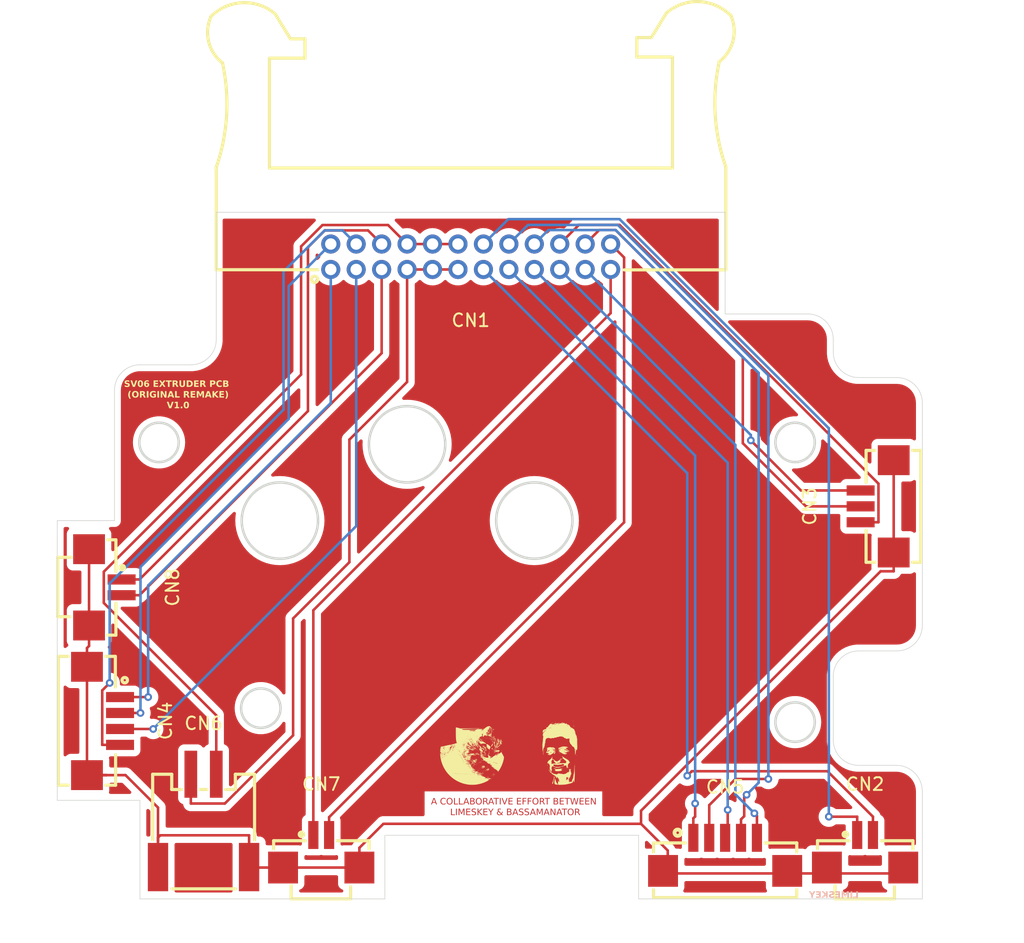
<source format=kicad_pcb>
(kicad_pcb (version 20240108) (generator "pcbnew") (generator_version "8.0")
  (layers (0 "F.Cu" signal) (31 "B.Cu" signal) (34 "B.Paste" user) (35 "F.Paste" user) (36 "B.SilkS" user "B.Silkscreen") (37 "F.SilkS" user "F.Silkscreen") (38 "B.Mask" user) (39 "F.Mask" user) (44 "Edge.Cuts" user))
  (net 0 "")
  (net 1 "Probe #2")
  (net 2 "Probe #1")
  (net 3 "Heater-")
  (net 4 "Empty DET #2")
  (net 5 "Probe #4")
  (net 6 "E Motor #1")
  (net 7 "Termistor-")
  (net 8 "Part Cooling Fan-")
  (net 9 "Empty DET #1")
  (net 10 "Fan+")
  (net 11 "Thermistor+")
  (net 12 "E Motor #3")
  (net 13 "E Motor #2")
  (net 14 "Probe #3")
  (net 15 "Empty DET #3")
  (net 16 "Probe #5")
  (net 17 "E Motor #4")
  (net 18 "Fan-")
  (net 19 "GND")
  (net 20 "Heater+")
  (net 21 "Part Cooling Fan+")
  (footprint "easyeda2kicad:CONN-SMD_HC-1.25-3PWT" (layer "F.Cu") (at 183.95 84.88 90)
    (property "Reference" "CN3" (at 0 -5.3 -90) (layer "F.SilkS"))
    (property "Value" "HC-1.25-3PWT")
    (pad "1" smd rect (at -1.25 -1.3 90) (size 0.8 2.2) (layers "F.Cu" "F.Paste" "F.Mask") (net 9 "Empty DET #1"))
    (pad "2" smd rect (at 0 -1.3 90) (size 0.8 2.2) (layers "F.Cu" "F.Paste" "F.Mask") (net 4 "Empty DET #2"))
    (pad "3" smd rect (at 1.25 -1.3 90) (size 0.8 2.2) (layers "F.Cu" "F.Paste" "F.Mask") (net 15 "Empty DET #3"))
    (pad "4" smd rect (at -3.63 1.3 90) (size 2.35 2.5) (layers "F.Cu" "F.Paste" "F.Mask") (net 19 "GND"))
    (pad "5" smd rect (at 3.63 1.3 90) (size 2.35 2.5) (layers "F.Cu" "F.Paste" "F.Mask") (net 19 "GND"))
  )
  (footprint "easyeda2kicad:IDC-TH_24P-P2.00_B-3102R24P-A000" (layer "F.Cu") (at 152 65.25 180)
    (property "Reference" "CN1" (at 0 -5 180) (layer "F.SilkS"))
    (property "Value" "B-3102R24P-A000")
    (pad "1" thru_hole circle (at 11 -1 90) (size 1.5 1.5) (drill 0.900024) (layers "*.Cu" "*.Mask") (net 6 "E Motor #1"))
    (pad "2" thru_hole circle (at 11 1 90) (size 1.5 1.5) (drill 0.900024) (layers "*.Cu" "*.Mask") (net 13 "E Motor #2"))
    (pad "3" thru_hole circle (at 9 -1 90) (size 1.5 1.5) (drill 0.900024) (layers "*.Cu" "*.Mask") (net 12 "E Motor #3"))
    (pad "4" thru_hole circle (at 9 1 90) (size 1.5 1.5) (drill 0.900024) (layers "*.Cu" "*.Mask") (net 17 "E Motor #4"))
    (pad "5" thru_hole circle (at 7 -1 90) (size 1.5 1.5) (drill 0.900024) (layers "*.Cu" "*.Mask") (net 18 "Fan-"))
    (pad "6" thru_hole circle (at 7 1 90) (size 1.5 1.5) (drill 0.900024) (layers "*.Cu" "*.Mask") (net 10 "Fan+"))
    (pad "7" thru_hole circle (at 5 -1 90) (size 1.5 1.5) (drill 0.900024) (layers "*.Cu" "*.Mask") (net 20 "Heater+"))
    (pad "8" thru_hole circle (at 5 1 90) (size 1.5 1.5) (drill 0.900024) (layers "*.Cu" "*.Mask") (net 3 "Heater-"))
    (pad "9" thru_hole circle (at 3 -1 90) (size 1.5 1.5) (drill 0.900024) (layers "*.Cu" "*.Mask") (net 20 "Heater+"))
    (pad "10" thru_hole circle (at 3 1 90) (size 1.5 1.5) (drill 0.900024) (layers "*.Cu" "*.Mask") (net 3 "Heater-"))
    (pad "11" thru_hole circle (at 1 -1 90) (size 1.5 1.5) (drill 0.900024) (layers "*.Cu" "*.Mask") (net 20 "Heater+"))
    (pad "12" thru_hole circle (at 1 1 90) (size 1.5 1.5) (drill 0.900024) (layers "*.Cu" "*.Mask") (net 3 "Heater-"))
    (pad "13" thru_hole circle (at -1 -1 90) (size 1.5 1.5) (drill 0.900024) (layers "*.Cu" "*.Mask") (net 8 "Part Cooling Fan-"))
    (pad "14" thru_hole circle (at -1 1 90) (size 1.5 1.5) (drill 0.900024) (layers "*.Cu" "*.Mask") (net 21 "Part Cooling Fan+"))
    (pad "15" thru_hole circle (at -3 -1 90) (size 1.5 1.5) (drill 0.900024) (layers "*.Cu" "*.Mask") (net 2 "Probe #1"))
    (pad "16" thru_hole circle (at -3 1 90) (size 1.5 1.5) (drill 0.900024) (layers "*.Cu" "*.Mask") (net 1 "Probe #2"))
    (pad "17" thru_hole circle (at -5 -1 90) (size 1.5 1.5) (drill 0.900024) (layers "*.Cu" "*.Mask") (net 14 "Probe #3"))
    (pad "18" thru_hole circle (at -5 1 90) (size 1.5 1.5) (drill 0.900024) (layers "*.Cu" "*.Mask") (net 5 "Probe #4"))
    (pad "19" thru_hole circle (at -7 -1 90) (size 1.5 1.5) (drill 0.900024) (layers "*.Cu" "*.Mask") (net 16 "Probe #5"))
    (pad "20" thru_hole circle (at -7 1 90) (size 1.5 1.5) (drill 0.900024) (layers "*.Cu" "*.Mask") (net 9 "Empty DET #1"))
    (pad "21" thru_hole circle (at -9 -1 90) (size 1.5 1.5) (drill 0.900024) (layers "*.Cu" "*.Mask") (net 15 "Empty DET #3"))
    (pad "22" thru_hole circle (at -9 1 90) (size 1.5 1.5) (drill 0.900024) (layers "*.Cu" "*.Mask") (net 4 "Empty DET #2"))
    (pad "23" thru_hole circle (at -11 -1 90) (size 1.5 1.5) (drill 0.900024) (layers "*.Cu" "*.Mask") (net 11 "Thermistor+"))
    (pad "24" thru_hole circle (at -11 1 90) (size 1.5 1.5) (drill 0.900024) (layers "*.Cu" "*.Mask") (net 7 "Termistor-"))
  )
  (footprint "Images:basa" (layer "F.Cu") (at 159.491409 103.59353)
    (property "Reference" "basamator" (hide yes))
    (property "Value" "LOGO" (hide yes))
  )
  (footprint "Images:limskeyyy" (layer "F.Cu") (at 152 104.25 180)
    (property "Reference" "G***" (hide yes))
    (property "Value" "LOGO" (hide yes))
  )
  (footprint "easyeda2kicad:CONN-SMD_2P-P1.25-HC-1.25-2PWT" (layer "F.Cu") (at 123.28 91.25 -90)
    (property "Reference" "CN8" (at 0 -5.28 90) (layer "F.SilkS"))
    (property "Value" "HC-1.25-2PWT")
    (pad "1" smd rect (at -0.62 -1.28 270) (size 0.8 2.2) (layers "F.Cu" "F.Paste" "F.Mask") (net 10 "Fan+"))
    (pad "2" smd rect (at 0.62 -1.28 270) (size 0.8 2.2) (layers "F.Cu" "F.Paste" "F.Mask") (net 18 "Fan-"))
    (pad "3" smd rect (at -3 1.28 180) (size 2.5 2.35) (layers "F.Cu" "F.Paste" "F.Mask") (net 19 "GND"))
    (pad "4" smd rect (at 3 1.28) (size 2.5 2.35) (layers "F.Cu" "F.Paste" "F.Mask") (net 19 "GND"))
  )
  (footprint "easyeda2kicad:CONN-SMD_2P-P1.25-HC-1.25-2PWT" (layer "F.Cu") (at 140.25 112.0075)
    (property "Reference" "CN7" (at 0 -5.28 0) (layer "F.SilkS"))
    (property "Value" "HC-1.25-2PWT")
    (pad "1" smd rect (at -0.62 -1.28) (size 0.8 2.2) (layers "F.Cu" "F.Paste" "F.Mask") (net 11 "Thermistor+"))
    (pad "2" smd rect (at 0.62 -1.28) (size 0.8 2.2) (layers "F.Cu" "F.Paste" "F.Mask") (net 7 "Termistor-"))
    (pad "3" smd rect (at -3 1.28 270) (size 2.5 2.35) (layers "F.Cu" "F.Paste" "F.Mask") (net 19 "GND"))
    (pad "4" smd rect (at 3 1.28 90) (size 2.5 2.35) (layers "F.Cu" "F.Paste" "F.Mask") (net 19 "GND"))
  )
  (footprint "easyeda2kicad:CONN-SMD_2P-P1.25-HC-1.25-2PWT" (layer "F.Cu") (at 183 112.0075)
    (property "Reference" "CN2" (at 0 -5.28 0) (layer "F.SilkS"))
    (property "Value" "HC-1.25-2PWT")
    (pad "1" smd rect (at -0.62 -1.28) (size 0.8 2.2) (layers "F.Cu" "F.Paste" "F.Mask") (net 21 "Part Cooling Fan+"))
    (pad "2" smd rect (at 0.62 -1.28) (size 0.8 2.2) (layers "F.Cu" "F.Paste" "F.Mask") (net 8 "Part Cooling Fan-"))
    (pad "3" smd rect (at -3 1.28 270) (size 2.5 2.35) (layers "F.Cu" "F.Paste" "F.Mask") (net 19 "GND"))
    (pad "4" smd rect (at 3 1.28 90) (size 2.5 2.35) (layers "F.Cu" "F.Paste" "F.Mask") (net 19 "GND"))
  )
  (footprint "easyeda2kicad:CONN-SMD_2P-P2.00_XKB_X2011WRS-02A-9TSN" (layer "F.Cu") (at 131 109.6)
    (property "Reference" "CN6" (at 0 -7.65 0) (layer "F.SilkS"))
    (property "Value" "X2011WRS-02A-9TSN")
    (pad "1" smd rect (at -1 -3.65) (size 1 3.7) (layers "F.Cu" "F.Paste" "F.Mask") (net 20 "Heater+"))
    (pad "2" smd rect (at 1 -3.65) (size 1 3.7) (layers "F.Cu" "F.Paste" "F.Mask") (net 3 "Heater-"))
    (pad "3" smd rect (at 3.58 3.65) (size 1.6 3.8) (layers "F.Cu" "F.Paste" "F.Mask") (net 19 "GND"))
    (pad "4" smd rect (at -3.58 3.65) (size 1.6 3.8) (layers "F.Cu" "F.Paste" "F.Mask") (net 19 "GND"))
  )
  (footprint "easyeda2kicad:CONN-SMD_5P-P1.25_HCTL_HC-1.25-5PWT" (layer "F.Cu") (at 172 112.25)
    (property "Reference" "CN5" (at 0 -5.3 0) (layer "F.SilkS"))
    (property "Value" "HC-1.25-5PWT")
    (pad "1" smd rect (at -2.5 -1.3) (size 0.8 2.2) (layers "F.Cu" "F.Paste" "F.Mask") (net 2 "Probe #1"))
    (pad "2" smd rect (at -1.25 -1.3) (size 0.8 2.2) (layers "F.Cu" "F.Paste" "F.Mask") (net 1 "Probe #2"))
    (pad "3" smd rect (at 0 -1.3) (size 0.8 2.2) (layers "F.Cu" "F.Paste" "F.Mask") (net 14 "Probe #3"))
    (pad "4" smd rect (at 1.25 -1.3) (size 0.8 2.2) (layers "F.Cu" "F.Paste" "F.Mask") (net 5 "Probe #4"))
    (pad "5" smd rect (at 2.5 -1.3) (size 0.8 2.2) (layers "F.Cu" "F.Paste" "F.Mask") (net 16 "Probe #5"))
    (pad "6" smd rect (at 4.88 1.3) (size 2.35 2.5) (layers "F.Cu" "F.Paste" "F.Mask") (net 19 "GND"))
    (pad "7" smd rect (at -4.88 1.3) (size 2.35 2.5) (layers "F.Cu" "F.Paste" "F.Mask") (net 19 "GND"))
  )
  (footprint "easyeda2kicad:CONN-SMD_4P-P1.25-HC-1.25-4PWT" (layer "F.Cu") (at 123.1375 101.76 -90)
    (property "Reference" "CN4" (at -0.01 -4.8625 90) (layer "F.SilkS"))
    (property "Value" "HC-1.25-4PWT")
    (pad "1" smd rect (at -1.88 -1.3) (size 2.2 0.8) (layers "F.Cu" "F.Paste" "F.Mask") (net 6 "E Motor #1"))
    (pad "2" smd rect (at -0.63 -1.3) (size 2.2 0.8) (layers "F.Cu" "F.Paste" "F.Mask") (net 13 "E Motor #2"))
    (pad "3" smd rect (at 0.63 -1.3) (size 2.2 0.8) (layers "F.Cu" "F.Paste" "F.Mask") (net 12 "E Motor #3"))
    (pad "4" smd rect (at 1.88 -1.3) (size 2.2 0.8) (layers "F.Cu" "F.Paste" "F.Mask") (net 17 "E Motor #4"))
    (pad "5" smd rect (at 4.26 1.3 90) (size 2.35 2.5) (layers "F.Cu" "F.Paste" "F.Mask") (net 19 "GND"))
    (pad "6" smd rect (at -4.26 1.3 90) (size 2.35 2.5) (layers "F.Cu" "F.Paste" "F.Mask") (net 19 "GND"))
  )
  (gr_line (start 187.5 107.3) (end 187.5 115.75) (stroke (width 0.05)) (layer "Edge.Cuts"))
  (gr_arc (start 185.5 74.75) (mid 186.914214 75.335786) (end 187.5 76.75) (stroke (width 0.05)) (layer "Edge.Cuts"))
  (gr_circle (center 177.5 101.85) (end 179.05 101.85) (stroke (width 0.2)) (fill none) (layer "Edge.Cuts"))
  (gr_line (start 145.25 115.75) (end 126 115.75) (stroke (width 0.05)) (layer "Edge.Cuts"))
  (gr_line (start 187.5 94.25) (end 187.5 76.75) (stroke (width 0.05)) (layer "Edge.Cuts"))
  (gr_circle (center 137 86) (end 140 86) (stroke (width 0.2)) (fill none) (layer "Edge.Cuts"))
  (gr_line (start 172 61.75) (end 132 61.75) (stroke (width 0.05)) (layer "Edge.Cuts"))
  (gr_line (start 182.5 105.25) (end 185.45 105.25) (stroke (width 0.05)) (layer "Edge.Cuts"))
  (gr_circle (center 177.5 79.85) (end 179.05 79.85) (stroke (width 0.2)) (fill none) (layer "Edge.Cuts"))
  (gr_line (start 124 86) (end 119.5 86) (stroke (width 0.05)) (layer "Edge.Cuts"))
  (gr_circle (center 127.5 79.85) (end 129.05 79.85) (stroke (width 0.2)) (fill none) (layer "Edge.Cuts"))
  (gr_line (start 132 71.75) (end 132 61.75) (stroke (width 0.05)) (layer "Edge.Cuts"))
  (gr_line (start 180.5 72.75) (end 180.5 71.75) (stroke (width 0.05)) (layer "Edge.Cuts"))
  (gr_arc (start 132 71.75) (mid 131.414214 73.164214) (end 130 73.75) (stroke (width 0.05)) (layer "Edge.Cuts"))
  (gr_circle (center 147 80) (end 150 80) (stroke (width 0.2)) (fill none) (layer "Edge.Cuts"))
  (gr_line (start 185.5 96.25) (end 182.5 96.25) (stroke (width 0.05)) (layer "Edge.Cuts"))
  (gr_arc (start 180.5 98.25) (mid 181.085786 96.835786) (end 182.5 96.25) (stroke (width 0.05)) (layer "Edge.Cuts"))
  (gr_line (start 178.5 69.75) (end 172 69.75) (stroke (width 0.05)) (layer "Edge.Cuts"))
  (gr_line (start 145.25 110.75) (end 145.25 115.75) (stroke (width 0.05)) (layer "Edge.Cuts"))
  (gr_arc (start 182.5 74.75) (mid 181.085786 74.164214) (end 180.5 72.75) (stroke (width 0.05)) (layer "Edge.Cuts"))
  (gr_line (start 126 115.75) (end 126 108) (stroke (width 0.05)) (layer "Edge.Cuts"))
  (gr_line (start 180.5 103.25) (end 180.5 98.25) (stroke (width 0.05)) (layer "Edge.Cuts"))
  (gr_line (start 130 73.75) (end 126 73.75) (stroke (width 0.05)) (layer "Edge.Cuts"))
  (gr_arc (start 182.5 105.25) (mid 181.085786 104.664214) (end 180.5 103.25) (stroke (width 0.05)) (layer "Edge.Cuts"))
  (gr_line (start 185.5 74.75) (end 182.5 74.75) (stroke (width 0.05)) (layer "Edge.Cuts"))
  (gr_line (start 124 86) (end 124 75.75) (stroke (width 0.05)) (layer "Edge.Cuts"))
  (gr_circle (center 135.5 100.75) (end 137.05 100.75) (stroke (width 0.2)) (fill none) (layer "Edge.Cuts"))
  (gr_line (start 165.2 115.75) (end 187.5 115.75) (stroke (width 0.05)) (layer "Edge.Cuts"))
  (gr_line (start 126 108) (end 119.5 108) (stroke (width 0.05)) (layer "Edge.Cuts"))
  (gr_line (start 119.5 86) (end 119.5 108) (stroke (width 0.05)) (layer "Edge.Cuts"))
  (gr_line (start 165.2 110.75) (end 165.2 115.75) (stroke (width 0.05)) (layer "Edge.Cuts"))
  (gr_arc (start 187.5 94.25) (mid 186.914214 95.664214) (end 185.5 96.25) (stroke (width 0.05)) (layer "Edge.Cuts"))
  (gr_circle (center 157 86) (end 160 86) (stroke (width 0.2)) (fill none) (layer "Edge.Cuts"))
  (gr_arc (start 178.5 69.75) (mid 179.914214 70.335786) (end 180.5 71.75) (stroke (width 0.05)) (layer "Edge.Cuts"))
  (gr_arc (start 124 75.75) (mid 124.585786 74.335786) (end 126 73.75) (stroke (width 0.05)) (layer "Edge.Cuts"))
  (gr_arc (start 185.45 105.25) (mid 186.899569 105.850431) (end 187.5 107.3) (stroke (width 0.05)) (layer "Edge.Cuts"))
  (gr_line (start 165.2 110.75) (end 145.25 110.75) (stroke (width 0.05)) (layer "Edge.Cuts"))
  (gr_line (start 172 69.75) (end 172 61.75) (stroke (width 0.05)) (layer "Edge.Cuts"))
  (gr_text "A COLLABORATIVE EFFORT BETWEEN \nLIMESKEY & BASSAMANATOR" (at 155.5 109.25 0) (layer "F.Cu") (effects (font (size 0.5 0.5) (thickness 0.125)) (justify bottom)))
  (gr_text "LIMESKEY" (at 182.5 115.75 0) (layer "B.SilkS") (effects (font (size 0.5 0.5) (thickness 0.125) (bold yes)) (justify left bottom mirror)))
  (gr_text "SV06 EXTRUDER PCB \n(ORIGINAL REMAKE)\nV1.0" (at 129 77.25 0) (layer "F.SilkS") (effects (font (size 0.5 0.5) (thickness 0.125) (bold yes)) (justify bottom)))
  (segment (start 170.75 108.38) (end 170.75 111.15) (width 0.2) (layer "F.Cu") (net 1))
  (segment (start 172.807 106.323) (end 170.75 108.38) (width 0.2) (layer "F.Cu") (net 1))
  (segment (start 175.397 106.323) (end 172.807 106.323) (width 0.2) (layer "F.Cu") (net 1))
  (via (at 175.397 106.323) (size 0.6) (drill 0.3) (layers "F.Cu" "B.Cu") (net 1))
  (segment (start 163.569 62.7474) (end 175.397 74.5757) (width 0.2) (layer "B.Cu") (net 1))
  (segment (start 156.503 62.7474) (end 163.569 62.7474) (width 0.2) (layer "B.Cu") (net 1))
  (segment (start 175.397 74.5757) (end 175.397 106.323) (width 0.2) (layer "B.Cu") (net 1))
  (segment (start 155 64.25) (end 156.503 62.7474) (width 0.2) (layer "B.Cu") (net 1))
  (segment (start 169.5 109.414) (end 169.5 110.53) (width 0.2) (layer "F.Cu") (net 2))
  (segment (start 169.5 110.53) (end 169.5 111.15) (width 0.2) (layer "F.Cu") (net 2))
  (segment (start 169.643 109.271) (end 169.5 109.414) (width 0.2) (layer "F.Cu") (net 2))
  (segment (start 169.643 108.25) (end 169.643 109.271) (width 0.2) (layer "F.Cu") (net 2))
  (via (at 169.643 108.25) (size 0.6) (drill 0.3) (layers "F.Cu" "B.Cu") (net 2))
  (segment (start 169.643 80.8927) (end 155 66.25) (width 0.2) (layer "B.Cu") (net 2))
  (segment (start 169.643 108.25) (end 169.643 80.8927) (width 0.2) (layer "B.Cu") (net 2))
  (segment (start 132 101.318) (end 123.158 92.4758) (width 0.2) (layer "F.Cu") (net 3))
  (segment (start 145.505 62.7552) (end 147 64.25) (width 0.2) (layer "F.Cu") (net 3))
  (segment (start 132 106.1) (end 132 101.318) (width 0.2) (layer "F.Cu") (net 3))
  (segment (start 138.667 74.5159) (end 138.667 64.4372) (width 0.2) (layer "F.Cu") (net 3))
  (segment (start 123.158 92.4758) (end 123.158 90.0243) (width 0.2) (layer "F.Cu") (net 3))
  (segment (start 151 64.25) (end 149 64.25) (width 0.2) (layer "F.Cu") (net 3))
  (segment (start 140.349 62.7552) (end 145.505 62.7552) (width 0.2) (layer "F.Cu") (net 3))
  (segment (start 149 64.25) (end 147 64.25) (width 0.2) (layer "F.Cu") (net 3))
  (segment (start 138.667 64.4372) (end 140.349 62.7552) (width 0.2) (layer "F.Cu") (net 3))
  (segment (start 123.158 90.0243) (end 138.667 74.5159) (width 0.2) (layer "F.Cu") (net 3))
  (segment (start 162.1 63.1502) (end 163.388 63.1502) (width 0.2) (layer "F.Cu") (net 4))
  (segment (start 173.389 79.9135) (end 178.355 84.88) (width 0.2) (layer "F.Cu") (net 4))
  (segment (start 173.389 73.1507) (end 173.389 79.9135) (width 0.2) (layer "F.Cu") (net 4))
  (segment (start 161 64.25) (end 162.1 63.1502) (width 0.2) (layer "F.Cu") (net 4))
  (segment (start 163.388 63.1502) (end 173.389 73.1507) (width 0.2) (layer "F.Cu") (net 4))
  (segment (start 178.355 84.88) (end 182.65 84.88) (width 0.2) (layer "F.Cu") (net 4))
  (segment (start 173.5 107.75) (end 173.5 109.247) (width 0.2) (layer "F.Cu") (net 5))
  (segment (start 173.5 109.247) (end 173.25 109.497) (width 0.2) (layer "F.Cu") (net 5))
  (segment (start 173.687 107.563) (end 173.5 107.75) (width 0.2) (layer "F.Cu") (net 5))
  (segment (start 173.25 109.497) (end 173.25 111.15) (width 0.2) (layer "F.Cu") (net 5))
  (via (at 173.687 107.563) (size 0.6) (drill 0.3) (layers "F.Cu" "B.Cu") (net 5))
  (segment (start 173.687 107.563) (end 174.633 106.617) (width 0.2) (layer "B.Cu") (net 5))
  (segment (start 174.633 106.617) (end 174.633 74.386) (width 0.2) (layer "B.Cu") (net 5))
  (segment (start 163.398 63.1506) (end 158.099 63.1506) (width 0.2) (layer "B.Cu") (net 5))
  (segment (start 174.633 74.386) (end 163.398 63.1506) (width 0.2) (layer "B.Cu") (net 5))
  (segment (start 158.099 63.1506) (end 157 64.25) (width 0.2) (layer "B.Cu") (net 5))
  (segment (start 124.438 99.88) (end 124.4375 99.88) (width 0.2) (layer "F.Cu") (net 6))
  (segment (start 124.438 99.88) (end 126.645 99.88) (width 0.2) (layer "F.Cu") (net 6))
  (via (at 126.645 99.88) (size 0.6) (drill 0.3) (layers "F.Cu" "B.Cu") (net 6))
  (segment (start 141 76.7483) (end 126.645 91.1034) (width 0.2) (layer "B.Cu") (net 6))
  (segment (start 126.645 91.1034) (end 126.645 99.88) (width 0.2) (layer "B.Cu") (net 6))
  (segment (start 141 66.25) (end 141 76.7483) (width 0.2) (layer "B.Cu") (net 6))
  (segment (start 140.87 109.326) (end 140.87 110.7275) (width 0.2) (layer "F.Cu") (net 7))
  (segment (start 163 64.25) (end 164.059 65.309) (width 0.2) (layer "F.Cu") (net 7))
  (segment (start 164.059 65.309) (end 164.059 86.1368) (width 0.2) (layer "F.Cu") (net 7))
  (segment (start 164.059 86.1368) (end 140.87 109.326) (width 0.2) (layer "F.Cu") (net 7))
  (segment (start 183.62 110.69) (end 183.62 109.288) (width 0.2) (layer "F.Cu") (net 8))
  (segment (start 183.62 109.288) (end 180.043 105.711) (width 0.2) (layer "F.Cu") (net 8))
  (segment (start 169.376 105.711) (end 169.021 106.066) (width 0.2) (layer "F.Cu") (net 8))
  (segment (start 180.043 105.711) (end 169.376 105.711) (width 0.2) (layer "F.Cu") (net 8))
  (via (at 169.021 106.066) (size 0.6) (drill 0.3) (layers "F.Cu" "B.Cu") (net 8))
  (segment (start 169.021 82.271) (end 169.021 106.066) (width 0.2) (layer "B.Cu") (net 8))
  (segment (start 153 66.25) (end 169.021 82.271) (width 0.2) (layer "B.Cu") (net 8))
  (segment (start 159 64.25) (end 160.505 62.7449) (width 0.2) (layer "F.Cu") (net 9))
  (segment (start 160.505 62.7449) (end 163.702 62.7449) (width 0.2) (layer "F.Cu") (net 9))
  (segment (start 163.702 62.7449) (end 184.052 83.095) (width 0.2) (layer "F.Cu") (net 9))
  (segment (start 184.052 86.13) (end 182.65 86.13) (width 0.2) (layer "F.Cu") (net 9))
  (segment (start 184.052 83.095) (end 184.052 86.13) (width 0.2) (layer "F.Cu") (net 9))
  (segment (start 125.962 90.63) (end 139.207 77.3846) (width 0.2) (layer "F.Cu") (net 10))
  (segment (start 139.207 77.3846) (end 139.207 64.5093) (width 0.2) (layer "F.Cu") (net 10))
  (segment (start 143.928 63.1776) (end 145 64.25) (width 0.2) (layer "F.Cu") (net 10))
  (segment (start 140.539 63.1776) (end 143.928 63.1776) (width 0.2) (layer "F.Cu") (net 10))
  (segment (start 124.56 90.63) (end 125.962 90.63) (width 0.2) (layer "F.Cu") (net 10))
  (segment (start 139.207 64.5093) (end 140.539 63.1776) (width 0.2) (layer "F.Cu") (net 10))
  (segment (start 139.63 110.7275) (end 139.63 93.0517) (width 0.2) (layer "F.Cu") (net 11))
  (segment (start 163 69.6817) (end 163 66.25) (width 0.2) (layer "F.Cu") (net 11))
  (segment (start 139.63 93.0517) (end 163 69.6817) (width 0.2) (layer "F.Cu") (net 11))
  (segment (start 124.438 102.39) (end 124.4375 102.39) (width 0.2) (layer "F.Cu") (net 12))
  (segment (start 124.438 102.39) (end 127.042 102.39) (width 0.2) (layer "F.Cu") (net 12))
  (via (at 127.042 102.39) (size 0.6) (drill 0.3) (layers "F.Cu" "B.Cu") (net 12))
  (segment (start 143 86.4323) (end 127.042 102.39) (width 0.2) (layer "B.Cu") (net 12))
  (segment (start 143 66.25) (end 143 86.4323) (width 0.2) (layer "B.Cu") (net 12))
  (segment (start 124.438 101.13) (end 126.042 101.13) (width 0.2) (layer "F.Cu") (net 13))
  (segment (start 124.438 101.13) (end 124.4375 101.13) (width 0.2) (layer "F.Cu") (net 13))
  (via (at 126.042 101.13) (size 0.6) (drill 0.3) (layers "F.Cu" "B.Cu") (net 13))
  (segment (start 137.691 78.0019) (end 126.042 89.6506) (width 0.2) (layer "B.Cu") (net 13))
  (segment (start 141 64.25) (end 137.691 67.5589) (width 0.2) (layer "B.Cu") (net 13))
  (segment (start 137.691 67.5589) (end 137.691 78.0019) (width 0.2) (layer "B.Cu") (net 13))
  (segment (start 126.042 89.6506) (end 126.042 101.13) (width 0.2) (layer "B.Cu") (net 13))
  (segment (start 172.202 110.948) (end 172 111.15) (width 0.2) (layer "F.Cu") (net 14))
  (segment (start 172.202 108.75) (end 172.202 110.948) (width 0.2) (layer "F.Cu") (net 14))
  (via (at 172.202 108.75) (size 0.6) (drill 0.3) (layers "F.Cu" "B.Cu") (net 14))
  (segment (start 172.202 81.4519) (end 157 66.25) (width 0.2) (layer "B.Cu") (net 14))
  (segment (start 172.202 108.75) (end 172.202 81.4519) (width 0.2) (layer "B.Cu") (net 14))
  (segment (start 182.65 83.63) (end 177.956 83.63) (width 0.2) (layer "F.Cu") (net 15))
  (segment (start 177.956 83.63) (end 174.02 79.6934) (width 0.2) (layer "F.Cu") (net 15))
  (via (at 174.02 79.6934) (size 0.6) (drill 0.3) (layers "F.Cu" "B.Cu") (net 15))
  (segment (start 174.02 79.2695) (end 174.02 79.6934) (width 0.2) (layer "B.Cu") (net 15))
  (segment (start 161 66.25) (end 174.02 79.2695) (width 0.2) (layer "B.Cu") (net 15))
  (segment (start 174.5 109.225) (end 174.5 111.15) (width 0.2) (layer "F.Cu") (net 16))
  (segment (start 174.297 109.022) (end 174.5 109.225) (width 0.2) (layer "F.Cu") (net 16))
  (via (at 174.297 109.022) (size 0.6) (drill 0.3) (layers "F.Cu" "B.Cu") (net 16))
  (segment (start 172.804 80.0536) (end 159 66.25) (width 0.2) (layer "B.Cu") (net 16))
  (segment (start 172.804 107.529) (end 172.804 80.0536) (width 0.2) (layer "B.Cu") (net 16))
  (segment (start 174.297 109.022) (end 172.804 107.529) (width 0.2) (layer "B.Cu") (net 16))
  (segment (start 124.4375 103.64) (end 123.036 103.64) (width 0.2) (layer "F.Cu") (net 17))
  (segment (start 123.036 99.355) (end 123.622 98.7683) (width 0.2) (layer "F.Cu") (net 17))
  (segment (start 123.036 103.64) (end 123.036 99.355) (width 0.2) (layer "F.Cu") (net 17))
  (via (at 123.622 98.7683) (size 0.6) (drill 0.3) (layers "F.Cu" "B.Cu") (net 17))
  (segment (start 140.524 63.1757) (end 137.289 66.4107) (width 0.2) (layer "B.Cu") (net 17))
  (segment (start 123.622 90.9397) (end 123.622 98.7683) (width 0.2) (layer "B.Cu") (net 17))
  (segment (start 141.926 63.1757) (end 140.524 63.1757) (width 0.2) (layer "B.Cu") (net 17))
  (segment (start 137.289 77.2728) (end 123.622 90.9397) (width 0.2) (layer "B.Cu") (net 17))
  (segment (start 137.289 66.4107) (end 137.289 77.2728) (width 0.2) (layer "B.Cu") (net 17))
  (segment (start 143 64.25) (end 141.926 63.1757) (width 0.2) (layer "B.Cu") (net 17))
  (segment (start 145 72.8317) (end 125.962 91.87) (width 0.2) (layer "F.Cu") (net 18))
  (segment (start 145 66.25) (end 145 72.8317) (width 0.2) (layer "F.Cu") (net 18))
  (segment (start 125.962 91.87) (end 124.56 91.87) (width 0.2) (layer "F.Cu") (net 18))
  (segment (start 145.138 109.848) (end 143.25 111.736) (width 0.2) (layer "F.Cu") (net 19))
  (segment (start 142.57 113.288) (end 143.25 112.608) (width 0.2) (layer "F.Cu") (net 19))
  (segment (start 143.25 111.736) (end 143.25 112.608) (width 0.2) (layer "F.Cu") (net 19))
  (segment (start 134.58 110.75) (end 134.58 112.664) (width 0.2) (layer "F.Cu") (net 19))
  (segment (start 121.8375 98.1459) (end 121.8375 97.5) (width 0.2) (layer "F.Cu") (net 19))
  (segment (start 127.42 110.934) (end 127.604 110.75) (width 0.2) (layer "F.Cu") (net 19))
  (segment (start 167.74 113.75) (end 176.88 113.75) (width 0.2) (layer "F.Cu") (net 19))
  (segment (start 122 95.8608) (end 122 94.25) (width 0.2) (layer "F.Cu") (net 19))
  (segment (start 167.49 113.5) (end 167.49 111.948) (width 0.2) (layer "F.Cu") (net 19))
  (segment (start 167.49 111.948) (end 165.389 109.848) (width 0.2) (layer "F.Cu") (net 19))
  (segment (start 137.25 113.288) (end 142.57 113.288) (width 0.2) (layer "F.Cu") (net 19))
  (segment (start 134.58 113.25) (end 134.618 113.288) (width 0.2) (layer "F.Cu") (net 19))
  (segment (start 121.838 106.02) (end 121.838 98.1464) (width 0.2) (layer "F.Cu") (net 19))
  (segment (start 184.22 89.9867) (end 165.389 108.817) (width 0.2) (layer "F.Cu") (net 19))
  (segment (start 123.3535 106.02) (end 121.8375 106.02) (width 0.2) (layer "F.Cu") (net 19))
  (segment (start 165.389 109.848) (end 145.138 109.848) (width 0.2) (layer "F.Cu") (net 19))
  (segment (start 127.42 108.571) (end 124.869 106.02) (width 0.2) (layer "F.Cu") (net 19))
  (segment (start 121.838 98.1464) (end 121.838 96.0233) (width 0.2) (layer "F.Cu") (net 19))
  (segment (start 176.88 113.75) (end 179.9625 113.75) (width 0.2) (layer "F.Cu") (net 19))
  (segment (start 124.869 106.02) (end 123.3535 106.02) (width 0.2) (layer "F.Cu") (net 19))
  (segment (start 185.25 89.9867) (end 184.22 89.9867) (width 0.2) (layer "F.Cu") (net 19))
  (segment (start 121.838 98.1464) (end 121.8375 98.1459) (width 0.2) (layer "F.Cu") (net 19))
  (segment (start 167.74 113.75) (end 167.49 113.5) (width 0.2) (layer "F.Cu") (net 19))
  (segment (start 123.3535 106.02) (end 121.838 106.02) (width 0.2) (layer "F.Cu") (net 19))
  (segment (start 134.618 113.288) (end 137.25 113.288) (width 0.2) (layer "F.Cu") (net 19))
  (segment (start 185.25 88.51) (end 185.25 89.9867) (width 0.2) (layer "F.Cu") (net 19))
  (segment (start 127.42 113.4) (end 127.42 111.198) (width 0.2) (layer "F.Cu") (net 19))
  (segment (start 121.838 96.0233) (end 122 95.8608) (width 0.2) (layer "F.Cu") (net 19))
  (segment (start 122 94.25) (end 122 88.25) (width 0.2) (layer "F.Cu") (net 19))
  (segment (start 127.604 110.75) (end 134.58 110.75) (width 0.2) (layer "F.Cu") (net 19))
  (segment (start 127.42 111.198) (end 127.42 108.571) (width 0.2) (layer "F.Cu") (net 19))
  (segment (start 165.389 108.817) (end 165.389 109.848) (width 0.2) (layer "F.Cu") (net 19))
  (segment (start 167.12 113.75) (end 167.74 113.75) (width 0.2) (layer "F.Cu") (net 19))
  (segment (start 185.9625 113.75) (end 186 113.75) (width 0.2) (layer "F.Cu") (net 19))
  (segment (start 137.25 113.288) (end 137.25 113.2875) (width 0.2) (layer "F.Cu") (net 19))
  (segment (start 134.58 112.664) (end 134.58 113.25) (width 0.2) (layer "F.Cu") (net 19))
  (segment (start 179.9625 113.75) (end 185.9625 113.75) (width 0.2) (layer "F.Cu") (net 19))
  (segment (start 143.25 113.2875) (end 143.25 112.608) (width 0.2) (layer "F.Cu") (net 19))
  (segment (start 185.25 81.25) (end 185.25 88.51) (width 0.2) (layer "F.Cu") (net 19))
  (segment (start 127.42 111.198) (end 127.42 110.934) (width 0.2) (layer "F.Cu") (net 19))
  (segment (start 134.58 112.664) (end 134.58 113.4) (width 0.2) (layer "F.Cu") (net 19))
  (segment (start 132.677 108.252) (end 138.04 102.889) (width 0.2) (layer "F.Cu") (net 20))
  (segment (start 138.04 102.889) (end 138.04 93.697) (width 0.2) (layer "F.Cu") (net 20))
  (segment (start 147 66.25) (end 149 66.25) (width 0.2) (layer "F.Cu") (net 20))
  (segment (start 147 75.0975) (end 147 66.25) (width 0.2) (layer "F.Cu") (net 20))
  (segment (start 151 66.25) (end 149 66.25) (width 0.2) (layer "F.Cu") (net 20))
  (segment (start 142.465 89.2715) (end 142.465 79.6325) (width 0.2) (layer "F.Cu") (net 20))
  (segment (start 142.465 79.6325) (end 147 75.0975) (width 0.2) (layer "F.Cu") (net 20))
  (segment (start 138.04 93.697) (end 142.465 89.2715) (width 0.2) (layer "F.Cu") (net 20))
  (segment (start 130 106.1) (end 130 108.252) (width 0.2) (layer "F.Cu") (net 20))
  (segment (start 130 108.252) (end 132.677 108.252) (width 0.2) (layer "F.Cu") (net 20))
  (segment (start 182.38 109.288) (end 180.151 109.288) (width 0.2) (layer "F.Cu") (net 21))
  (segment (start 182.38 110.69) (end 182.38 109.288) (width 0.2) (layer "F.Cu") (net 21))
  (via (at 180.151 109.288) (size 0.6) (drill 0.3) (layers "F.Cu" "B.Cu") (net 21))
  (segment (start 153 64.25) (end 154.959 62.291) (width 0.2) (layer "B.Cu") (net 21))
  (segment (start 163.702 62.291) (end 180.151 78.7399) (width 0.2) (layer "B.Cu") (net 21))
  (segment (start 154.959 62.291) (end 163.702 62.291) (width 0.2) (layer "B.Cu") (net 21))
  (segment (start 180.151 78.7399) (end 180.151 109.288) (width 0.2) (layer "B.Cu") (net 21))
  (zone (net 0) (net_name "") (layer "F.Cu") (name "Filled zone of copper") (connect_pads (clearance 0.5)) (min_thickness 0.25) (fill yes (thermal_gap 0.5) (thermal_bridge_width 0.5) (island_removal_mode 1) (island_area_min 10))
    (polygon (pts (xy 195.5 57.75) (xy 115 57.75) (xy 115 119.25) (xy 195.5 119.25)))
  )
)
</source>
